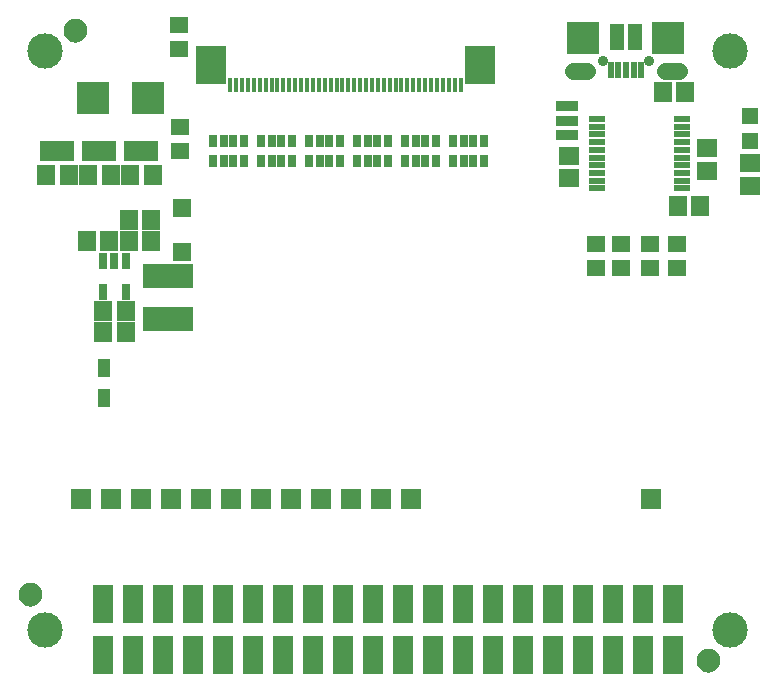
<source format=gbr>
G04 EAGLE Gerber RS-274X export*
G75*
%MOMM*%
%FSLAX34Y34*%
%LPD*%
%INSoldermask Top*%
%IPPOS*%
%AMOC8*
5,1,8,0,0,1.08239X$1,22.5*%
G01*
%ADD10R,2.503200X3.303200*%
%ADD11R,0.300000X1.150000*%
%ADD12R,0.753200X1.403200*%
%ADD13R,1.503200X1.703200*%
%ADD14R,4.203200X2.003200*%
%ADD15R,1.603200X1.603200*%
%ADD16R,2.743200X2.743200*%
%ADD17R,1.503200X1.403200*%
%ADD18R,2.921000X1.651000*%
%ADD19C,1.203200*%
%ADD20C,0.500000*%
%ADD21C,3.003200*%
%ADD22R,1.727200X3.251200*%
%ADD23R,0.653200X1.103200*%
%ADD24R,1.003200X1.553200*%
%ADD25R,1.703200X1.503200*%
%ADD26R,1.473200X0.508000*%
%ADD27C,0.903200*%
%ADD28R,2.703200X2.703200*%
%ADD29C,1.411200*%
%ADD30R,1.203200X2.203200*%
%ADD31R,0.500000X1.450000*%
%ADD32R,1.403200X1.403200*%
%ADD33R,1.903200X0.903200*%
%ADD34R,1.703200X1.703200*%


D10*
X403560Y518650D03*
X175560Y518650D03*
D11*
X387060Y501650D03*
X382060Y501650D03*
X377060Y501650D03*
X372060Y501650D03*
X367060Y501650D03*
X362060Y501650D03*
X357060Y501650D03*
X352060Y501650D03*
X347060Y501650D03*
X342060Y501650D03*
X337060Y501650D03*
X332060Y501650D03*
X327060Y501650D03*
X322060Y501650D03*
X317060Y501650D03*
X312060Y501650D03*
X307060Y501650D03*
X302060Y501650D03*
X297060Y501650D03*
X292060Y501650D03*
X287060Y501650D03*
X282060Y501650D03*
X277060Y501650D03*
X272060Y501650D03*
X267060Y501650D03*
X262060Y501650D03*
X257060Y501650D03*
X252060Y501650D03*
X247060Y501650D03*
X242060Y501650D03*
X237060Y501650D03*
X232060Y501650D03*
X227060Y501650D03*
X222060Y501650D03*
X217060Y501650D03*
X212060Y501650D03*
X207060Y501650D03*
X202060Y501650D03*
X197060Y501650D03*
X192060Y501650D03*
D12*
X103480Y352091D03*
X93980Y352091D03*
X84480Y352091D03*
X84480Y326089D03*
X103480Y326089D03*
D13*
X103480Y292100D03*
X84480Y292100D03*
D14*
X139700Y303310D03*
X139700Y339310D03*
D15*
X151130Y396960D03*
X151130Y359960D03*
D13*
X106070Y387350D03*
X125070Y387350D03*
X125070Y369570D03*
X106070Y369570D03*
X70510Y369570D03*
X89510Y369570D03*
X84480Y309880D03*
X103480Y309880D03*
D16*
X122555Y490220D03*
X75565Y490220D03*
D17*
X149860Y466090D03*
X149860Y445770D03*
D13*
X107340Y425450D03*
X126340Y425450D03*
D18*
X116840Y445770D03*
D19*
X596900Y13970D03*
D20*
X596900Y21470D02*
X596719Y21468D01*
X596538Y21461D01*
X596357Y21450D01*
X596176Y21435D01*
X595996Y21415D01*
X595816Y21391D01*
X595637Y21363D01*
X595459Y21330D01*
X595282Y21293D01*
X595105Y21252D01*
X594930Y21207D01*
X594755Y21157D01*
X594582Y21103D01*
X594411Y21045D01*
X594240Y20983D01*
X594072Y20916D01*
X593905Y20846D01*
X593739Y20772D01*
X593576Y20693D01*
X593415Y20611D01*
X593255Y20525D01*
X593098Y20435D01*
X592943Y20341D01*
X592790Y20244D01*
X592640Y20142D01*
X592492Y20038D01*
X592346Y19929D01*
X592204Y19818D01*
X592064Y19702D01*
X591927Y19584D01*
X591792Y19462D01*
X591661Y19337D01*
X591533Y19209D01*
X591408Y19078D01*
X591286Y18943D01*
X591168Y18806D01*
X591052Y18666D01*
X590941Y18524D01*
X590832Y18378D01*
X590728Y18230D01*
X590626Y18080D01*
X590529Y17927D01*
X590435Y17772D01*
X590345Y17615D01*
X590259Y17455D01*
X590177Y17294D01*
X590098Y17131D01*
X590024Y16965D01*
X589954Y16798D01*
X589887Y16630D01*
X589825Y16459D01*
X589767Y16288D01*
X589713Y16115D01*
X589663Y15940D01*
X589618Y15765D01*
X589577Y15588D01*
X589540Y15411D01*
X589507Y15233D01*
X589479Y15054D01*
X589455Y14874D01*
X589435Y14694D01*
X589420Y14513D01*
X589409Y14332D01*
X589402Y14151D01*
X589400Y13970D01*
X596900Y21470D02*
X597081Y21468D01*
X597262Y21461D01*
X597443Y21450D01*
X597624Y21435D01*
X597804Y21415D01*
X597984Y21391D01*
X598163Y21363D01*
X598341Y21330D01*
X598518Y21293D01*
X598695Y21252D01*
X598870Y21207D01*
X599045Y21157D01*
X599218Y21103D01*
X599389Y21045D01*
X599560Y20983D01*
X599728Y20916D01*
X599895Y20846D01*
X600061Y20772D01*
X600224Y20693D01*
X600385Y20611D01*
X600545Y20525D01*
X600702Y20435D01*
X600857Y20341D01*
X601010Y20244D01*
X601160Y20142D01*
X601308Y20038D01*
X601454Y19929D01*
X601596Y19818D01*
X601736Y19702D01*
X601873Y19584D01*
X602008Y19462D01*
X602139Y19337D01*
X602267Y19209D01*
X602392Y19078D01*
X602514Y18943D01*
X602632Y18806D01*
X602748Y18666D01*
X602859Y18524D01*
X602968Y18378D01*
X603072Y18230D01*
X603174Y18080D01*
X603271Y17927D01*
X603365Y17772D01*
X603455Y17615D01*
X603541Y17455D01*
X603623Y17294D01*
X603702Y17131D01*
X603776Y16965D01*
X603846Y16798D01*
X603913Y16630D01*
X603975Y16459D01*
X604033Y16288D01*
X604087Y16115D01*
X604137Y15940D01*
X604182Y15765D01*
X604223Y15588D01*
X604260Y15411D01*
X604293Y15233D01*
X604321Y15054D01*
X604345Y14874D01*
X604365Y14694D01*
X604380Y14513D01*
X604391Y14332D01*
X604398Y14151D01*
X604400Y13970D01*
X604398Y13789D01*
X604391Y13608D01*
X604380Y13427D01*
X604365Y13246D01*
X604345Y13066D01*
X604321Y12886D01*
X604293Y12707D01*
X604260Y12529D01*
X604223Y12352D01*
X604182Y12175D01*
X604137Y12000D01*
X604087Y11825D01*
X604033Y11652D01*
X603975Y11481D01*
X603913Y11310D01*
X603846Y11142D01*
X603776Y10975D01*
X603702Y10809D01*
X603623Y10646D01*
X603541Y10485D01*
X603455Y10325D01*
X603365Y10168D01*
X603271Y10013D01*
X603174Y9860D01*
X603072Y9710D01*
X602968Y9562D01*
X602859Y9416D01*
X602748Y9274D01*
X602632Y9134D01*
X602514Y8997D01*
X602392Y8862D01*
X602267Y8731D01*
X602139Y8603D01*
X602008Y8478D01*
X601873Y8356D01*
X601736Y8238D01*
X601596Y8122D01*
X601454Y8011D01*
X601308Y7902D01*
X601160Y7798D01*
X601010Y7696D01*
X600857Y7599D01*
X600702Y7505D01*
X600545Y7415D01*
X600385Y7329D01*
X600224Y7247D01*
X600061Y7168D01*
X599895Y7094D01*
X599728Y7024D01*
X599560Y6957D01*
X599389Y6895D01*
X599218Y6837D01*
X599045Y6783D01*
X598870Y6733D01*
X598695Y6688D01*
X598518Y6647D01*
X598341Y6610D01*
X598163Y6577D01*
X597984Y6549D01*
X597804Y6525D01*
X597624Y6505D01*
X597443Y6490D01*
X597262Y6479D01*
X597081Y6472D01*
X596900Y6470D01*
X596719Y6472D01*
X596538Y6479D01*
X596357Y6490D01*
X596176Y6505D01*
X595996Y6525D01*
X595816Y6549D01*
X595637Y6577D01*
X595459Y6610D01*
X595282Y6647D01*
X595105Y6688D01*
X594930Y6733D01*
X594755Y6783D01*
X594582Y6837D01*
X594411Y6895D01*
X594240Y6957D01*
X594072Y7024D01*
X593905Y7094D01*
X593739Y7168D01*
X593576Y7247D01*
X593415Y7329D01*
X593255Y7415D01*
X593098Y7505D01*
X592943Y7599D01*
X592790Y7696D01*
X592640Y7798D01*
X592492Y7902D01*
X592346Y8011D01*
X592204Y8122D01*
X592064Y8238D01*
X591927Y8356D01*
X591792Y8478D01*
X591661Y8603D01*
X591533Y8731D01*
X591408Y8862D01*
X591286Y8997D01*
X591168Y9134D01*
X591052Y9274D01*
X590941Y9416D01*
X590832Y9562D01*
X590728Y9710D01*
X590626Y9860D01*
X590529Y10013D01*
X590435Y10168D01*
X590345Y10325D01*
X590259Y10485D01*
X590177Y10646D01*
X590098Y10809D01*
X590024Y10975D01*
X589954Y11142D01*
X589887Y11310D01*
X589825Y11481D01*
X589767Y11652D01*
X589713Y11825D01*
X589663Y12000D01*
X589618Y12175D01*
X589577Y12352D01*
X589540Y12529D01*
X589507Y12707D01*
X589479Y12886D01*
X589455Y13066D01*
X589435Y13246D01*
X589420Y13427D01*
X589409Y13608D01*
X589402Y13789D01*
X589400Y13970D01*
D19*
X22860Y69850D03*
D20*
X22860Y77350D02*
X22679Y77348D01*
X22498Y77341D01*
X22317Y77330D01*
X22136Y77315D01*
X21956Y77295D01*
X21776Y77271D01*
X21597Y77243D01*
X21419Y77210D01*
X21242Y77173D01*
X21065Y77132D01*
X20890Y77087D01*
X20715Y77037D01*
X20542Y76983D01*
X20371Y76925D01*
X20200Y76863D01*
X20032Y76796D01*
X19865Y76726D01*
X19699Y76652D01*
X19536Y76573D01*
X19375Y76491D01*
X19215Y76405D01*
X19058Y76315D01*
X18903Y76221D01*
X18750Y76124D01*
X18600Y76022D01*
X18452Y75918D01*
X18306Y75809D01*
X18164Y75698D01*
X18024Y75582D01*
X17887Y75464D01*
X17752Y75342D01*
X17621Y75217D01*
X17493Y75089D01*
X17368Y74958D01*
X17246Y74823D01*
X17128Y74686D01*
X17012Y74546D01*
X16901Y74404D01*
X16792Y74258D01*
X16688Y74110D01*
X16586Y73960D01*
X16489Y73807D01*
X16395Y73652D01*
X16305Y73495D01*
X16219Y73335D01*
X16137Y73174D01*
X16058Y73011D01*
X15984Y72845D01*
X15914Y72678D01*
X15847Y72510D01*
X15785Y72339D01*
X15727Y72168D01*
X15673Y71995D01*
X15623Y71820D01*
X15578Y71645D01*
X15537Y71468D01*
X15500Y71291D01*
X15467Y71113D01*
X15439Y70934D01*
X15415Y70754D01*
X15395Y70574D01*
X15380Y70393D01*
X15369Y70212D01*
X15362Y70031D01*
X15360Y69850D01*
X22860Y77350D02*
X23041Y77348D01*
X23222Y77341D01*
X23403Y77330D01*
X23584Y77315D01*
X23764Y77295D01*
X23944Y77271D01*
X24123Y77243D01*
X24301Y77210D01*
X24478Y77173D01*
X24655Y77132D01*
X24830Y77087D01*
X25005Y77037D01*
X25178Y76983D01*
X25349Y76925D01*
X25520Y76863D01*
X25688Y76796D01*
X25855Y76726D01*
X26021Y76652D01*
X26184Y76573D01*
X26345Y76491D01*
X26505Y76405D01*
X26662Y76315D01*
X26817Y76221D01*
X26970Y76124D01*
X27120Y76022D01*
X27268Y75918D01*
X27414Y75809D01*
X27556Y75698D01*
X27696Y75582D01*
X27833Y75464D01*
X27968Y75342D01*
X28099Y75217D01*
X28227Y75089D01*
X28352Y74958D01*
X28474Y74823D01*
X28592Y74686D01*
X28708Y74546D01*
X28819Y74404D01*
X28928Y74258D01*
X29032Y74110D01*
X29134Y73960D01*
X29231Y73807D01*
X29325Y73652D01*
X29415Y73495D01*
X29501Y73335D01*
X29583Y73174D01*
X29662Y73011D01*
X29736Y72845D01*
X29806Y72678D01*
X29873Y72510D01*
X29935Y72339D01*
X29993Y72168D01*
X30047Y71995D01*
X30097Y71820D01*
X30142Y71645D01*
X30183Y71468D01*
X30220Y71291D01*
X30253Y71113D01*
X30281Y70934D01*
X30305Y70754D01*
X30325Y70574D01*
X30340Y70393D01*
X30351Y70212D01*
X30358Y70031D01*
X30360Y69850D01*
X30358Y69669D01*
X30351Y69488D01*
X30340Y69307D01*
X30325Y69126D01*
X30305Y68946D01*
X30281Y68766D01*
X30253Y68587D01*
X30220Y68409D01*
X30183Y68232D01*
X30142Y68055D01*
X30097Y67880D01*
X30047Y67705D01*
X29993Y67532D01*
X29935Y67361D01*
X29873Y67190D01*
X29806Y67022D01*
X29736Y66855D01*
X29662Y66689D01*
X29583Y66526D01*
X29501Y66365D01*
X29415Y66205D01*
X29325Y66048D01*
X29231Y65893D01*
X29134Y65740D01*
X29032Y65590D01*
X28928Y65442D01*
X28819Y65296D01*
X28708Y65154D01*
X28592Y65014D01*
X28474Y64877D01*
X28352Y64742D01*
X28227Y64611D01*
X28099Y64483D01*
X27968Y64358D01*
X27833Y64236D01*
X27696Y64118D01*
X27556Y64002D01*
X27414Y63891D01*
X27268Y63782D01*
X27120Y63678D01*
X26970Y63576D01*
X26817Y63479D01*
X26662Y63385D01*
X26505Y63295D01*
X26345Y63209D01*
X26184Y63127D01*
X26021Y63048D01*
X25855Y62974D01*
X25688Y62904D01*
X25520Y62837D01*
X25349Y62775D01*
X25178Y62717D01*
X25005Y62663D01*
X24830Y62613D01*
X24655Y62568D01*
X24478Y62527D01*
X24301Y62490D01*
X24123Y62457D01*
X23944Y62429D01*
X23764Y62405D01*
X23584Y62385D01*
X23403Y62370D01*
X23222Y62359D01*
X23041Y62352D01*
X22860Y62350D01*
X22679Y62352D01*
X22498Y62359D01*
X22317Y62370D01*
X22136Y62385D01*
X21956Y62405D01*
X21776Y62429D01*
X21597Y62457D01*
X21419Y62490D01*
X21242Y62527D01*
X21065Y62568D01*
X20890Y62613D01*
X20715Y62663D01*
X20542Y62717D01*
X20371Y62775D01*
X20200Y62837D01*
X20032Y62904D01*
X19865Y62974D01*
X19699Y63048D01*
X19536Y63127D01*
X19375Y63209D01*
X19215Y63295D01*
X19058Y63385D01*
X18903Y63479D01*
X18750Y63576D01*
X18600Y63678D01*
X18452Y63782D01*
X18306Y63891D01*
X18164Y64002D01*
X18024Y64118D01*
X17887Y64236D01*
X17752Y64358D01*
X17621Y64483D01*
X17493Y64611D01*
X17368Y64742D01*
X17246Y64877D01*
X17128Y65014D01*
X17012Y65154D01*
X16901Y65296D01*
X16792Y65442D01*
X16688Y65590D01*
X16586Y65740D01*
X16489Y65893D01*
X16395Y66048D01*
X16305Y66205D01*
X16219Y66365D01*
X16137Y66526D01*
X16058Y66689D01*
X15984Y66855D01*
X15914Y67022D01*
X15847Y67190D01*
X15785Y67361D01*
X15727Y67532D01*
X15673Y67705D01*
X15623Y67880D01*
X15578Y68055D01*
X15537Y68232D01*
X15500Y68409D01*
X15467Y68587D01*
X15439Y68766D01*
X15415Y68946D01*
X15395Y69126D01*
X15380Y69307D01*
X15369Y69488D01*
X15362Y69669D01*
X15360Y69850D01*
D19*
X60960Y547370D03*
D20*
X60960Y554870D02*
X60779Y554868D01*
X60598Y554861D01*
X60417Y554850D01*
X60236Y554835D01*
X60056Y554815D01*
X59876Y554791D01*
X59697Y554763D01*
X59519Y554730D01*
X59342Y554693D01*
X59165Y554652D01*
X58990Y554607D01*
X58815Y554557D01*
X58642Y554503D01*
X58471Y554445D01*
X58300Y554383D01*
X58132Y554316D01*
X57965Y554246D01*
X57799Y554172D01*
X57636Y554093D01*
X57475Y554011D01*
X57315Y553925D01*
X57158Y553835D01*
X57003Y553741D01*
X56850Y553644D01*
X56700Y553542D01*
X56552Y553438D01*
X56406Y553329D01*
X56264Y553218D01*
X56124Y553102D01*
X55987Y552984D01*
X55852Y552862D01*
X55721Y552737D01*
X55593Y552609D01*
X55468Y552478D01*
X55346Y552343D01*
X55228Y552206D01*
X55112Y552066D01*
X55001Y551924D01*
X54892Y551778D01*
X54788Y551630D01*
X54686Y551480D01*
X54589Y551327D01*
X54495Y551172D01*
X54405Y551015D01*
X54319Y550855D01*
X54237Y550694D01*
X54158Y550531D01*
X54084Y550365D01*
X54014Y550198D01*
X53947Y550030D01*
X53885Y549859D01*
X53827Y549688D01*
X53773Y549515D01*
X53723Y549340D01*
X53678Y549165D01*
X53637Y548988D01*
X53600Y548811D01*
X53567Y548633D01*
X53539Y548454D01*
X53515Y548274D01*
X53495Y548094D01*
X53480Y547913D01*
X53469Y547732D01*
X53462Y547551D01*
X53460Y547370D01*
X60960Y554870D02*
X61141Y554868D01*
X61322Y554861D01*
X61503Y554850D01*
X61684Y554835D01*
X61864Y554815D01*
X62044Y554791D01*
X62223Y554763D01*
X62401Y554730D01*
X62578Y554693D01*
X62755Y554652D01*
X62930Y554607D01*
X63105Y554557D01*
X63278Y554503D01*
X63449Y554445D01*
X63620Y554383D01*
X63788Y554316D01*
X63955Y554246D01*
X64121Y554172D01*
X64284Y554093D01*
X64445Y554011D01*
X64605Y553925D01*
X64762Y553835D01*
X64917Y553741D01*
X65070Y553644D01*
X65220Y553542D01*
X65368Y553438D01*
X65514Y553329D01*
X65656Y553218D01*
X65796Y553102D01*
X65933Y552984D01*
X66068Y552862D01*
X66199Y552737D01*
X66327Y552609D01*
X66452Y552478D01*
X66574Y552343D01*
X66692Y552206D01*
X66808Y552066D01*
X66919Y551924D01*
X67028Y551778D01*
X67132Y551630D01*
X67234Y551480D01*
X67331Y551327D01*
X67425Y551172D01*
X67515Y551015D01*
X67601Y550855D01*
X67683Y550694D01*
X67762Y550531D01*
X67836Y550365D01*
X67906Y550198D01*
X67973Y550030D01*
X68035Y549859D01*
X68093Y549688D01*
X68147Y549515D01*
X68197Y549340D01*
X68242Y549165D01*
X68283Y548988D01*
X68320Y548811D01*
X68353Y548633D01*
X68381Y548454D01*
X68405Y548274D01*
X68425Y548094D01*
X68440Y547913D01*
X68451Y547732D01*
X68458Y547551D01*
X68460Y547370D01*
X68458Y547189D01*
X68451Y547008D01*
X68440Y546827D01*
X68425Y546646D01*
X68405Y546466D01*
X68381Y546286D01*
X68353Y546107D01*
X68320Y545929D01*
X68283Y545752D01*
X68242Y545575D01*
X68197Y545400D01*
X68147Y545225D01*
X68093Y545052D01*
X68035Y544881D01*
X67973Y544710D01*
X67906Y544542D01*
X67836Y544375D01*
X67762Y544209D01*
X67683Y544046D01*
X67601Y543885D01*
X67515Y543725D01*
X67425Y543568D01*
X67331Y543413D01*
X67234Y543260D01*
X67132Y543110D01*
X67028Y542962D01*
X66919Y542816D01*
X66808Y542674D01*
X66692Y542534D01*
X66574Y542397D01*
X66452Y542262D01*
X66327Y542131D01*
X66199Y542003D01*
X66068Y541878D01*
X65933Y541756D01*
X65796Y541638D01*
X65656Y541522D01*
X65514Y541411D01*
X65368Y541302D01*
X65220Y541198D01*
X65070Y541096D01*
X64917Y540999D01*
X64762Y540905D01*
X64605Y540815D01*
X64445Y540729D01*
X64284Y540647D01*
X64121Y540568D01*
X63955Y540494D01*
X63788Y540424D01*
X63620Y540357D01*
X63449Y540295D01*
X63278Y540237D01*
X63105Y540183D01*
X62930Y540133D01*
X62755Y540088D01*
X62578Y540047D01*
X62401Y540010D01*
X62223Y539977D01*
X62044Y539949D01*
X61864Y539925D01*
X61684Y539905D01*
X61503Y539890D01*
X61322Y539879D01*
X61141Y539872D01*
X60960Y539870D01*
X60779Y539872D01*
X60598Y539879D01*
X60417Y539890D01*
X60236Y539905D01*
X60056Y539925D01*
X59876Y539949D01*
X59697Y539977D01*
X59519Y540010D01*
X59342Y540047D01*
X59165Y540088D01*
X58990Y540133D01*
X58815Y540183D01*
X58642Y540237D01*
X58471Y540295D01*
X58300Y540357D01*
X58132Y540424D01*
X57965Y540494D01*
X57799Y540568D01*
X57636Y540647D01*
X57475Y540729D01*
X57315Y540815D01*
X57158Y540905D01*
X57003Y540999D01*
X56850Y541096D01*
X56700Y541198D01*
X56552Y541302D01*
X56406Y541411D01*
X56264Y541522D01*
X56124Y541638D01*
X55987Y541756D01*
X55852Y541878D01*
X55721Y542003D01*
X55593Y542131D01*
X55468Y542262D01*
X55346Y542397D01*
X55228Y542534D01*
X55112Y542674D01*
X55001Y542816D01*
X54892Y542962D01*
X54788Y543110D01*
X54686Y543260D01*
X54589Y543413D01*
X54495Y543568D01*
X54405Y543725D01*
X54319Y543885D01*
X54237Y544046D01*
X54158Y544209D01*
X54084Y544375D01*
X54014Y544542D01*
X53947Y544710D01*
X53885Y544881D01*
X53827Y545052D01*
X53773Y545225D01*
X53723Y545400D01*
X53678Y545575D01*
X53637Y545752D01*
X53600Y545929D01*
X53567Y546107D01*
X53539Y546286D01*
X53515Y546466D01*
X53495Y546646D01*
X53480Y546827D01*
X53469Y547008D01*
X53462Y547189D01*
X53460Y547370D01*
D13*
X36220Y425450D03*
X55220Y425450D03*
D18*
X45720Y445770D03*
D13*
X71780Y425450D03*
X90780Y425450D03*
D18*
X81280Y445770D03*
D21*
X35000Y530150D03*
X35000Y40150D03*
X615000Y40150D03*
X615000Y530150D03*
D22*
X83950Y61660D03*
X83950Y18480D03*
X109350Y61660D03*
X109350Y18480D03*
X134750Y18480D03*
X134750Y61660D03*
X160150Y18480D03*
X160150Y61660D03*
X185550Y18480D03*
X185550Y61660D03*
X210950Y18480D03*
X210950Y61660D03*
X236350Y18480D03*
X236350Y61660D03*
X261750Y18480D03*
X261750Y61660D03*
X287150Y18480D03*
X287150Y61660D03*
X312550Y18480D03*
X312550Y61660D03*
X337950Y18480D03*
X337950Y61660D03*
X363350Y18480D03*
X363350Y61660D03*
X388750Y18480D03*
X388750Y61660D03*
X414150Y18480D03*
X414150Y61660D03*
X439550Y18480D03*
X439550Y61660D03*
X464950Y18480D03*
X464950Y61660D03*
X490350Y18480D03*
X490350Y61660D03*
X515750Y18480D03*
X515750Y61660D03*
X541150Y18480D03*
X541150Y61660D03*
X566550Y18480D03*
X566550Y61660D03*
D17*
X148590Y552450D03*
X148590Y532130D03*
D23*
X203500Y437270D03*
X203500Y454270D03*
X194500Y437270D03*
X186500Y437270D03*
X177500Y437270D03*
X177500Y454270D03*
X194500Y454270D03*
X186500Y454270D03*
X218140Y454270D03*
X218140Y437270D03*
X227140Y454270D03*
X235140Y454270D03*
X244140Y454270D03*
X244140Y437270D03*
X227140Y437270D03*
X235140Y437270D03*
X258780Y454270D03*
X258780Y437270D03*
X267780Y454270D03*
X275780Y454270D03*
X284780Y454270D03*
X284780Y437270D03*
X267780Y437270D03*
X275780Y437270D03*
X299420Y454270D03*
X299420Y437270D03*
X308420Y454270D03*
X316420Y454270D03*
X325420Y454270D03*
X325420Y437270D03*
X308420Y437270D03*
X316420Y437270D03*
X340060Y454270D03*
X340060Y437270D03*
X349060Y454270D03*
X357060Y454270D03*
X366060Y454270D03*
X366060Y437270D03*
X349060Y437270D03*
X357060Y437270D03*
X380700Y454270D03*
X380700Y437270D03*
X389700Y454270D03*
X397700Y454270D03*
X406700Y454270D03*
X406700Y437270D03*
X389700Y437270D03*
X397700Y437270D03*
D24*
X85090Y236220D03*
X85090Y261620D03*
D25*
X478790Y441300D03*
X478790Y422300D03*
D13*
X558190Y495300D03*
X577190Y495300D03*
D26*
X502302Y472480D03*
X502302Y465980D03*
X502302Y459480D03*
X502302Y452980D03*
X502302Y446480D03*
X502302Y439980D03*
X502302Y433480D03*
X502302Y426980D03*
X502302Y420480D03*
X502302Y413980D03*
X574658Y413980D03*
X574658Y420480D03*
X574658Y426980D03*
X574658Y433480D03*
X574658Y439980D03*
X574658Y446480D03*
X574658Y452980D03*
X574658Y459480D03*
X574658Y465980D03*
X574658Y472480D03*
D27*
X546550Y521970D03*
X507550Y521970D03*
D28*
X491050Y540970D03*
X563050Y540970D03*
D29*
X560050Y512970D02*
X572130Y512970D01*
X494050Y512970D02*
X481970Y512970D01*
D30*
X534550Y541970D03*
X519550Y541970D03*
D31*
X540050Y514220D03*
X533550Y514220D03*
X527050Y514220D03*
X520550Y514220D03*
X514050Y514220D03*
D32*
X632460Y454320D03*
X632460Y475320D03*
D25*
X632460Y415950D03*
X632460Y434950D03*
X595630Y447650D03*
X595630Y428650D03*
D13*
X570890Y398780D03*
X589890Y398780D03*
D33*
X477520Y483170D03*
X477520Y471170D03*
X477520Y459170D03*
D17*
X570230Y367030D03*
X570230Y346710D03*
X547370Y367030D03*
X547370Y346710D03*
X501650Y367030D03*
X501650Y346710D03*
X523240Y367030D03*
X523240Y346710D03*
D34*
X243840Y151130D03*
X269240Y151130D03*
X294640Y151130D03*
X320040Y151130D03*
X66040Y151130D03*
X91440Y151130D03*
X116840Y151130D03*
X142240Y151130D03*
X167640Y151130D03*
X218440Y151130D03*
X193040Y151130D03*
X345440Y151130D03*
X548640Y151130D03*
M02*

</source>
